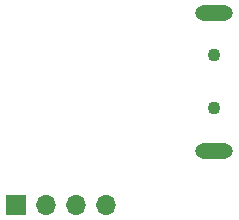
<source format=gbr>
%TF.GenerationSoftware,KiCad,Pcbnew,8.0.1*%
%TF.CreationDate,2024-09-03T09:14:14-03:00*%
%TF.ProjectId,USB-thermometer,5553422d-7468-4657-926d-6f6d65746572,rev?*%
%TF.SameCoordinates,Original*%
%TF.FileFunction,Soldermask,Bot*%
%TF.FilePolarity,Negative*%
%FSLAX46Y46*%
G04 Gerber Fmt 4.6, Leading zero omitted, Abs format (unit mm)*
G04 Created by KiCad (PCBNEW 8.0.1) date 2024-09-03 09:14:14*
%MOMM*%
%LPD*%
G01*
G04 APERTURE LIST*
%ADD10C,1.100000*%
%ADD11O,3.200000X1.300000*%
%ADD12R,1.700000X1.700000*%
%ADD13O,1.700000X1.700000*%
G04 APERTURE END LIST*
D10*
%TO.C,J1*%
X114625000Y-76050000D03*
X114625000Y-80550000D03*
D11*
X114625000Y-72450000D03*
X114625000Y-84150000D03*
%TD*%
D12*
%TO.C,J2*%
X97800000Y-88700000D03*
D13*
X100340000Y-88700000D03*
X102880000Y-88700000D03*
X105420000Y-88700000D03*
%TD*%
M02*

</source>
